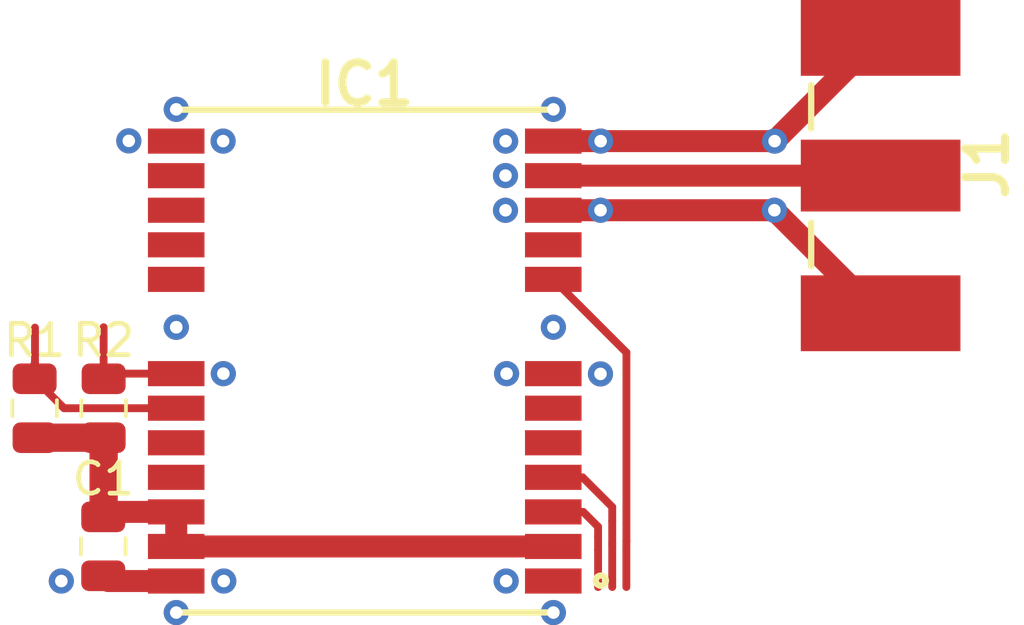
<source format=kicad_pcb>
(kicad_pcb (version 20171130) (host pcbnew "(5.1.6)-1")

  (general
    (thickness 1.6)
    (drawings 0)
    (tracks 68)
    (zones 0)
    (modules 5)
    (nets 19)
  )

  (page A4)
  (layers
    (0 F.Cu signal)
    (31 B.Cu signal)
    (32 B.Adhes user)
    (33 F.Adhes user)
    (34 B.Paste user)
    (35 F.Paste user)
    (36 B.SilkS user)
    (37 F.SilkS user)
    (38 B.Mask user)
    (39 F.Mask user)
    (40 Dwgs.User user)
    (41 Cmts.User user)
    (42 Eco1.User user)
    (43 Eco2.User user)
    (44 Edge.Cuts user)
    (45 Margin user)
    (46 B.CrtYd user)
    (47 F.CrtYd user)
    (48 B.Fab user)
    (49 F.Fab user)
  )

  (setup
    (last_trace_width 0.25)
    (user_trace_width 0.7)
    (user_trace_width 0.9)
    (trace_clearance 0.2)
    (zone_clearance 0.508)
    (zone_45_only no)
    (trace_min 0.2)
    (via_size 0.8)
    (via_drill 0.4)
    (via_min_size 0.4)
    (via_min_drill 0.3)
    (uvia_size 0.3)
    (uvia_drill 0.1)
    (uvias_allowed no)
    (uvia_min_size 0.2)
    (uvia_min_drill 0.1)
    (edge_width 0.05)
    (segment_width 0.2)
    (pcb_text_width 0.3)
    (pcb_text_size 1.5 1.5)
    (mod_edge_width 0.12)
    (mod_text_size 1 1)
    (mod_text_width 0.15)
    (pad_size 1.524 1.524)
    (pad_drill 0.762)
    (pad_to_mask_clearance 0.05)
    (aux_axis_origin 0 0)
    (visible_elements FFFFFF7F)
    (pcbplotparams
      (layerselection 0x010fc_ffffffff)
      (usegerberextensions false)
      (usegerberattributes true)
      (usegerberadvancedattributes true)
      (creategerberjobfile true)
      (excludeedgelayer true)
      (linewidth 0.100000)
      (plotframeref false)
      (viasonmask false)
      (mode 1)
      (useauxorigin false)
      (hpglpennumber 1)
      (hpglpenspeed 20)
      (hpglpendiameter 15.000000)
      (psnegative false)
      (psa4output false)
      (plotreference true)
      (plotvalue true)
      (plotinvisibletext false)
      (padsonsilk false)
      (subtractmaskfromsilk false)
      (outputformat 1)
      (mirror false)
      (drillshape 1)
      (scaleselection 1)
      (outputdirectory ""))
  )

  (net 0 "")
  (net 1 +3V3)
  (net 2 GND)
  (net 3 "Net-(IC1-Pad1)")
  (net 4 /PPS)
  (net 5 /EXTINT)
  (net 6 "Net-(IC1-Pad5)")
  (net 7 "Net-(IC1-Pad6)")
  (net 8 /RESET_N)
  (net 9 "Net-(IC1-Pad9)")
  (net 10 "Net-(IC1-Pad11)")
  (net 11 "Net-(IC1-Pad14)")
  (net 12 "Net-(IC1-Pad15)")
  (net 13 "Net-(IC1-Pad16)")
  (net 14 "Net-(IC1-Pad17)")
  (net 15 /SDA)
  (net 16 /SCL)
  (net 17 "Net-(IC1-Pad20)")
  (net 18 "Net-(IC1-Pad21)")

  (net_class Default "This is the default net class."
    (clearance 0.2)
    (trace_width 0.25)
    (via_dia 0.8)
    (via_drill 0.4)
    (uvia_dia 0.3)
    (uvia_drill 0.1)
    (add_net +3V3)
    (add_net /EXTINT)
    (add_net /PPS)
    (add_net /RESET_N)
    (add_net /SCL)
    (add_net /SDA)
    (add_net GND)
    (add_net "Net-(IC1-Pad1)")
    (add_net "Net-(IC1-Pad11)")
    (add_net "Net-(IC1-Pad14)")
    (add_net "Net-(IC1-Pad15)")
    (add_net "Net-(IC1-Pad16)")
    (add_net "Net-(IC1-Pad17)")
    (add_net "Net-(IC1-Pad20)")
    (add_net "Net-(IC1-Pad21)")
    (add_net "Net-(IC1-Pad5)")
    (add_net "Net-(IC1-Pad6)")
    (add_net "Net-(IC1-Pad9)")
  )

  (module Capacitor_SMD:C_0805_2012Metric (layer F.Cu) (tedit 5B36C52B) (tstamp 60C56340)
    (at 118.3005 87.1093 270)
    (descr "Capacitor SMD 0805 (2012 Metric), square (rectangular) end terminal, IPC_7351 nominal, (Body size source: https://docs.google.com/spreadsheets/d/1BsfQQcO9C6DZCsRaXUlFlo91Tg2WpOkGARC1WS5S8t0/edit?usp=sharing), generated with kicad-footprint-generator")
    (tags capacitor)
    (path /60C5428A)
    (attr smd)
    (fp_text reference C1 (at -2.1463 0 180) (layer F.SilkS)
      (effects (font (size 1 1) (thickness 0.15)))
    )
    (fp_text value 100n (at 0 1.65 90) (layer F.Fab)
      (effects (font (size 1 1) (thickness 0.15)))
    )
    (fp_line (start 1.68 0.95) (end -1.68 0.95) (layer F.CrtYd) (width 0.05))
    (fp_line (start 1.68 -0.95) (end 1.68 0.95) (layer F.CrtYd) (width 0.05))
    (fp_line (start -1.68 -0.95) (end 1.68 -0.95) (layer F.CrtYd) (width 0.05))
    (fp_line (start -1.68 0.95) (end -1.68 -0.95) (layer F.CrtYd) (width 0.05))
    (fp_line (start -0.258578 0.71) (end 0.258578 0.71) (layer F.SilkS) (width 0.12))
    (fp_line (start -0.258578 -0.71) (end 0.258578 -0.71) (layer F.SilkS) (width 0.12))
    (fp_line (start 1 0.6) (end -1 0.6) (layer F.Fab) (width 0.1))
    (fp_line (start 1 -0.6) (end 1 0.6) (layer F.Fab) (width 0.1))
    (fp_line (start -1 -0.6) (end 1 -0.6) (layer F.Fab) (width 0.1))
    (fp_line (start -1 0.6) (end -1 -0.6) (layer F.Fab) (width 0.1))
    (fp_text user %R (at -2.0066 0 180) (layer F.Fab)
      (effects (font (size 0.5 0.5) (thickness 0.08)))
    )
    (pad 1 smd roundrect (at -0.9375 0 270) (size 0.975 1.4) (layers F.Cu F.Paste F.Mask) (roundrect_rratio 0.25)
      (net 1 +3V3))
    (pad 2 smd roundrect (at 0.9375 0 270) (size 0.975 1.4) (layers F.Cu F.Paste F.Mask) (roundrect_rratio 0.25)
      (net 2 GND))
    (model ${KISYS3DMOD}/Capacitor_SMD.3dshapes/C_0805_2012Metric.wrl
      (at (xyz 0 0 0))
      (scale (xyz 1 1 1))
      (rotate (xyz 0 0 0))
    )
  )

  (module NEO-M8T (layer F.Cu) (tedit 0) (tstamp 60C56364)
    (at 126.6229 81.213901)
    (descr NEO-M8T)
    (tags "Integrated Circuit")
    (path /60C52910)
    (attr smd)
    (fp_text reference IC1 (at -0.0166 -8.811201) (layer F.SilkS)
      (effects (font (size 1.27 1.27) (thickness 0.254)))
    )
    (fp_text value NEO-M8N-0 (at -0.339 -0.045) (layer F.SilkS) hide
      (effects (font (size 1.27 1.27) (thickness 0.254)))
    )
    (fp_circle (center 7.514 6.988) (end 7.514 7.05) (layer F.SilkS) (width 0.2))
    (fp_line (start 6.1 -8) (end -6.1 -8) (layer F.SilkS) (width 0.2))
    (fp_line (start -6.1 8) (end 6.1 8) (layer F.SilkS) (width 0.2))
    (fp_line (start -6.1 8) (end -6.1 -8) (layer F.Fab) (width 0.2))
    (fp_line (start 6.1 8) (end -6.1 8) (layer F.Fab) (width 0.2))
    (fp_line (start 6.1 -8) (end 6.1 8) (layer F.Fab) (width 0.2))
    (fp_line (start -6.1 -8) (end 6.1 -8) (layer F.Fab) (width 0.2))
    (fp_text user %R (at -0.0166 -8.811201) (layer F.Fab)
      (effects (font (size 1.27 1.27) (thickness 0.254)))
    )
    (pad 1 smd rect (at 6 7 90) (size 0.8 1.8) (layers F.Cu F.Paste F.Mask)
      (net 3 "Net-(IC1-Pad1)"))
    (pad 2 smd rect (at 6 5.9 90) (size 0.8 1.8) (layers F.Cu F.Paste F.Mask)
      (net 1 +3V3))
    (pad 3 smd rect (at 6 4.8 90) (size 0.8 1.8) (layers F.Cu F.Paste F.Mask)
      (net 4 /PPS))
    (pad 4 smd rect (at 6 3.7 90) (size 0.8 1.8) (layers F.Cu F.Paste F.Mask)
      (net 5 /EXTINT))
    (pad 5 smd rect (at 6 2.6 90) (size 0.8 1.8) (layers F.Cu F.Paste F.Mask)
      (net 6 "Net-(IC1-Pad5)"))
    (pad 6 smd rect (at 6 1.5 90) (size 0.8 1.8) (layers F.Cu F.Paste F.Mask)
      (net 7 "Net-(IC1-Pad6)"))
    (pad 7 smd rect (at 6 0.4 90) (size 0.8 1.8) (layers F.Cu F.Paste F.Mask)
      (net 2 GND))
    (pad 8 smd rect (at 6 -2.6 90) (size 0.8 1.8) (layers F.Cu F.Paste F.Mask)
      (net 8 /RESET_N))
    (pad 9 smd rect (at 6 -3.7 90) (size 0.8 1.8) (layers F.Cu F.Paste F.Mask)
      (net 9 "Net-(IC1-Pad9)"))
    (pad 10 smd rect (at 6 -4.8 90) (size 0.8 1.8) (layers F.Cu F.Paste F.Mask)
      (net 2 GND))
    (pad 11 smd rect (at 6 -5.9 90) (size 0.8 1.8) (layers F.Cu F.Paste F.Mask)
      (net 10 "Net-(IC1-Pad11)"))
    (pad 12 smd rect (at 6 -7 90) (size 0.8 1.8) (layers F.Cu F.Paste F.Mask)
      (net 2 GND))
    (pad 13 smd rect (at -6 -7 90) (size 0.8 1.8) (layers F.Cu F.Paste F.Mask)
      (net 2 GND))
    (pad 14 smd rect (at -6 -5.9 90) (size 0.8 1.8) (layers F.Cu F.Paste F.Mask)
      (net 11 "Net-(IC1-Pad14)"))
    (pad 15 smd rect (at -6 -4.8 90) (size 0.8 1.8) (layers F.Cu F.Paste F.Mask)
      (net 12 "Net-(IC1-Pad15)"))
    (pad 16 smd rect (at -6 -3.7 90) (size 0.8 1.8) (layers F.Cu F.Paste F.Mask)
      (net 13 "Net-(IC1-Pad16)"))
    (pad 17 smd rect (at -6 -2.6 90) (size 0.8 1.8) (layers F.Cu F.Paste F.Mask)
      (net 14 "Net-(IC1-Pad17)"))
    (pad 18 smd rect (at -6 0.4 90) (size 0.8 1.8) (layers F.Cu F.Paste F.Mask)
      (net 15 /SDA))
    (pad 19 smd rect (at -6 1.5 90) (size 0.8 1.8) (layers F.Cu F.Paste F.Mask)
      (net 16 /SCL))
    (pad 20 smd rect (at -6 2.6 90) (size 0.8 1.8) (layers F.Cu F.Paste F.Mask)
      (net 17 "Net-(IC1-Pad20)"))
    (pad 21 smd rect (at -6 3.7 90) (size 0.8 1.8) (layers F.Cu F.Paste F.Mask)
      (net 18 "Net-(IC1-Pad21)"))
    (pad 22 smd rect (at -6 4.8 90) (size 0.8 1.8) (layers F.Cu F.Paste F.Mask)
      (net 1 +3V3))
    (pad 23 smd rect (at -6 5.9 90) (size 0.8 1.8) (layers F.Cu F.Paste F.Mask)
      (net 1 +3V3))
    (pad 24 smd rect (at -6 7 90) (size 0.8 1.8) (layers F.Cu F.Paste F.Mask)
      (net 2 GND))
  )

  (module 142-0701-851 (layer F.Cu) (tedit 0) (tstamp 60C56372)
    (at 147.2301 77.50175 270)
    (descr 142-0701-851)
    (tags Connector)
    (path /60C51EAF)
    (attr smd)
    (fp_text reference J1 (at -2.566 0.809 90) (layer F.SilkS)
      (effects (font (size 1.27 1.27) (thickness 0.254)))
    )
    (fp_text value 142-0701-801 (at -2.566 0.809 90) (layer F.SilkS) hide
      (effects (font (size 1.27 1.27) (thickness 0.254)))
    )
    (fp_line (start -0.69175 6.4) (end 0.69175 6.4) (layer F.SilkS) (width 0.2))
    (fp_line (start -5.07325 6.4) (end -3.68975 6.4) (layer F.SilkS) (width 0.2))
    (fp_line (start -6.95075 6.4) (end -6.95075 0) (layer F.Fab) (width 0.2))
    (fp_line (start 2.56925 6.4) (end -6.95075 6.4) (layer F.Fab) (width 0.2))
    (fp_line (start 2.56925 0) (end 2.56925 6.4) (layer F.Fab) (width 0.2))
    (fp_line (start -6.95075 0) (end 2.56925 0) (layer F.Fab) (width 0.2))
    (fp_text user %R (at -2.566 0.809 90) (layer F.Fab)
      (effects (font (size 1.27 1.27) (thickness 0.254)))
    )
    (pad 1 smd rect (at -6.57225 4.19 270) (size 2.413 5.08) (layers F.Cu F.Paste F.Mask)
      (net 2 GND))
    (pad 2 smd rect (at -2.19075 4.19 270) (size 2.286 5.08) (layers F.Cu F.Paste F.Mask)
      (net 10 "Net-(IC1-Pad11)"))
    (pad 3 smd rect (at 2.19075 4.19 270) (size 2.413 5.08) (layers F.Cu F.Paste F.Mask)
      (net 2 GND))
    (model C:\SamacSys_PCB_Library\KiCad\SamacSys_Parts.3dshapes\142-0701-801.stp
      (offset (xyz -2.190000024329962 -2.599999865584585 4.749999928662207))
      (scale (xyz 1 1 1))
      (rotate (xyz 0 0 90))
    )
  )

  (module Resistor_SMD:R_0805_2012Metric (layer F.Cu) (tedit 5B36C52B) (tstamp 60C56383)
    (at 116.1161 82.7151 90)
    (descr "Resistor SMD 0805 (2012 Metric), square (rectangular) end terminal, IPC_7351 nominal, (Body size source: https://docs.google.com/spreadsheets/d/1BsfQQcO9C6DZCsRaXUlFlo91Tg2WpOkGARC1WS5S8t0/edit?usp=sharing), generated with kicad-footprint-generator")
    (tags resistor)
    (path /60C5F42A)
    (attr smd)
    (fp_text reference R1 (at 2.159 0 180) (layer F.SilkS)
      (effects (font (size 1 1) (thickness 0.15)))
    )
    (fp_text value 4.7k (at 0 1.65 90) (layer F.Fab)
      (effects (font (size 1 1) (thickness 0.15)))
    )
    (fp_line (start 1.68 0.95) (end -1.68 0.95) (layer F.CrtYd) (width 0.05))
    (fp_line (start 1.68 -0.95) (end 1.68 0.95) (layer F.CrtYd) (width 0.05))
    (fp_line (start -1.68 -0.95) (end 1.68 -0.95) (layer F.CrtYd) (width 0.05))
    (fp_line (start -1.68 0.95) (end -1.68 -0.95) (layer F.CrtYd) (width 0.05))
    (fp_line (start -0.258578 0.71) (end 0.258578 0.71) (layer F.SilkS) (width 0.12))
    (fp_line (start -0.258578 -0.71) (end 0.258578 -0.71) (layer F.SilkS) (width 0.12))
    (fp_line (start 1 0.6) (end -1 0.6) (layer F.Fab) (width 0.1))
    (fp_line (start 1 -0.6) (end 1 0.6) (layer F.Fab) (width 0.1))
    (fp_line (start -1 -0.6) (end 1 -0.6) (layer F.Fab) (width 0.1))
    (fp_line (start -1 0.6) (end -1 -0.6) (layer F.Fab) (width 0.1))
    (fp_text user %R (at 1.905 0 180) (layer F.Fab)
      (effects (font (size 0.5 0.5) (thickness 0.08)))
    )
    (pad 1 smd roundrect (at -0.9375 0 90) (size 0.975 1.4) (layers F.Cu F.Paste F.Mask) (roundrect_rratio 0.25)
      (net 1 +3V3))
    (pad 2 smd roundrect (at 0.9375 0 90) (size 0.975 1.4) (layers F.Cu F.Paste F.Mask) (roundrect_rratio 0.25)
      (net 16 /SCL))
    (model ${KISYS3DMOD}/Resistor_SMD.3dshapes/R_0805_2012Metric.wrl
      (at (xyz 0 0 0))
      (scale (xyz 1 1 1))
      (rotate (xyz 0 0 0))
    )
  )

  (module Resistor_SMD:R_0805_2012Metric (layer F.Cu) (tedit 5B36C52B) (tstamp 60C56394)
    (at 118.3132 82.7151 90)
    (descr "Resistor SMD 0805 (2012 Metric), square (rectangular) end terminal, IPC_7351 nominal, (Body size source: https://docs.google.com/spreadsheets/d/1BsfQQcO9C6DZCsRaXUlFlo91Tg2WpOkGARC1WS5S8t0/edit?usp=sharing), generated with kicad-footprint-generator")
    (tags resistor)
    (path /60C53EE8)
    (attr smd)
    (fp_text reference R2 (at 2.159 0 180) (layer F.SilkS)
      (effects (font (size 1 1) (thickness 0.15)))
    )
    (fp_text value 4.7k (at 0 1.65 90) (layer F.Fab)
      (effects (font (size 1 1) (thickness 0.15)))
    )
    (fp_text user %R (at 1.9177 0 180) (layer F.Fab)
      (effects (font (size 0.5 0.5) (thickness 0.08)))
    )
    (fp_line (start -1 0.6) (end -1 -0.6) (layer F.Fab) (width 0.1))
    (fp_line (start -1 -0.6) (end 1 -0.6) (layer F.Fab) (width 0.1))
    (fp_line (start 1 -0.6) (end 1 0.6) (layer F.Fab) (width 0.1))
    (fp_line (start 1 0.6) (end -1 0.6) (layer F.Fab) (width 0.1))
    (fp_line (start -0.258578 -0.71) (end 0.258578 -0.71) (layer F.SilkS) (width 0.12))
    (fp_line (start -0.258578 0.71) (end 0.258578 0.71) (layer F.SilkS) (width 0.12))
    (fp_line (start -1.68 0.95) (end -1.68 -0.95) (layer F.CrtYd) (width 0.05))
    (fp_line (start -1.68 -0.95) (end 1.68 -0.95) (layer F.CrtYd) (width 0.05))
    (fp_line (start 1.68 -0.95) (end 1.68 0.95) (layer F.CrtYd) (width 0.05))
    (fp_line (start 1.68 0.95) (end -1.68 0.95) (layer F.CrtYd) (width 0.05))
    (pad 2 smd roundrect (at 0.9375 0 90) (size 0.975 1.4) (layers F.Cu F.Paste F.Mask) (roundrect_rratio 0.25)
      (net 15 /SDA))
    (pad 1 smd roundrect (at -0.9375 0 90) (size 0.975 1.4) (layers F.Cu F.Paste F.Mask) (roundrect_rratio 0.25)
      (net 1 +3V3))
    (model ${KISYS3DMOD}/Resistor_SMD.3dshapes/R_0805_2012Metric.wrl
      (at (xyz 0 0 0))
      (scale (xyz 1 1 1))
      (rotate (xyz 0 0 0))
    )
  )

  (via (at 132.6261 80.137) (size 0.8) (drill 0.4) (layers F.Cu B.Cu) (net 2))
  (via (at 120.6246 80.137) (size 0.8) (drill 0.4) (layers F.Cu B.Cu) (net 2))
  (via (at 120.6246 80.137) (size 0.8) (drill 0.4) (layers F.Cu B.Cu) (net 0))
  (via (at 132.6261 73.2028) (size 0.8) (drill 0.4) (layers F.Cu B.Cu) (net 2))
  (via (at 120.6246 73.2028) (size 0.8) (drill 0.4) (layers F.Cu B.Cu) (net 2))
  (via (at 119.1133 74.2061) (size 0.8) (drill 0.4) (layers F.Cu B.Cu) (net 2))
  (via (at 134.1247 81.6229) (size 0.8) (drill 0.4) (layers F.Cu B.Cu) (net 2))
  (via (at 120.6246 89.2175) (size 0.8) (drill 0.4) (layers F.Cu B.Cu) (net 2))
  (via (at 132.6261 89.2175) (size 0.8) (drill 0.4) (layers F.Cu B.Cu) (net 2))
  (via (at 116.967 88.2142) (size 0.8) (drill 0.4) (layers F.Cu B.Cu) (net 2))
  (via (at 131.1021 76.4159) (size 0.8) (drill 0.4) (layers F.Cu B.Cu) (net 2))
  (via (at 131.1021 75.311) (size 0.8) (drill 0.4) (layers F.Cu B.Cu) (net 2))
  (segment (start 118.458399 86.013901) (end 118.3005 86.1718) (width 0.7) (layer F.Cu) (net 1))
  (segment (start 120.6229 86.013901) (end 118.458399 86.013901) (width 0.7) (layer F.Cu) (net 1))
  (segment (start 118.3132 86.1591) (end 118.3005 86.1718) (width 0.9) (layer F.Cu) (net 1))
  (segment (start 118.3132 83.6526) (end 118.3132 86.1591) (width 0.9) (layer F.Cu) (net 1))
  (segment (start 116.1161 83.6526) (end 118.3132 83.6526) (width 0.9) (layer F.Cu) (net 1))
  (segment (start 120.6229 86.013901) (end 120.6229 87.113901) (width 0.7) (layer F.Cu) (net 1))
  (segment (start 120.6229 87.113901) (end 132.6229 87.113901) (width 0.7) (layer F.Cu) (net 1))
  (segment (start 118.467601 88.213901) (end 118.3005 88.0468) (width 0.7) (layer F.Cu) (net 2))
  (segment (start 120.6229 88.213901) (end 118.467601 88.213901) (width 0.7) (layer F.Cu) (net 2))
  (segment (start 142.9512 70.9295) (end 143.0401 70.9295) (width 0.7) (layer F.Cu) (net 2))
  (segment (start 132.6229 74.213901) (end 134.129599 74.213901) (width 0.7) (layer F.Cu) (net 2))
  (segment (start 139.666799 74.213901) (end 139.666799 74.213901) (width 0.7) (layer F.Cu) (net 2))
  (segment (start 142.9385 79.6925) (end 143.0401 79.6925) (width 0.7) (layer F.Cu) (net 2))
  (segment (start 132.6229 76.413901) (end 134.126699 76.413901) (width 0.7) (layer F.Cu) (net 2))
  (segment (start 139.659901 76.413901) (end 139.659901 76.413901) (width 0.7) (layer F.Cu) (net 2))
  (via (at 131.106999 74.213901) (size 0.8) (drill 0.4) (layers F.Cu B.Cu) (net 2))
  (via (at 122.115399 74.213901) (size 0.8) (drill 0.4) (layers F.Cu B.Cu) (net 2))
  (via (at 131.136499 81.613901) (size 0.8) (drill 0.4) (layers F.Cu B.Cu) (net 2))
  (via (at 122.122958 81.613901) (size 0.8) (drill 0.4) (layers F.Cu B.Cu) (net 2))
  (segment (start 122.0851 81.613901) (end 122.122958 81.613901) (width 0.7) (layer F.Cu) (net 2))
  (via (at 131.12279 88.213901) (size 0.8) (drill 0.4) (layers F.Cu B.Cu) (net 2))
  (segment (start 131.165301 88.213901) (end 131.12279 88.213901) (width 0.7) (layer F.Cu) (net 2))
  (segment (start 131.1656 88.2142) (end 131.165301 88.213901) (width 0.7) (layer F.Cu) (net 2))
  (via (at 122.136199 88.213901) (size 0.8) (drill 0.4) (layers F.Cu B.Cu) (net 2))
  (segment (start 134.126699 76.413901) (end 139.659901 76.413901) (width 0.7) (layer F.Cu) (net 2) (tstamp 60C56AB0))
  (via (at 134.126699 76.413901) (size 0.8) (drill 0.4) (layers F.Cu B.Cu) (net 2))
  (segment (start 134.129599 74.213901) (end 139.666799 74.213901) (width 0.7) (layer F.Cu) (net 2) (tstamp 60C56AB2))
  (via (at 134.129599 74.213901) (size 0.8) (drill 0.4) (layers F.Cu B.Cu) (net 2))
  (segment (start 139.666799 74.213901) (end 142.9512 70.9295) (width 0.7) (layer F.Cu) (net 2) (tstamp 60C56AB4))
  (via (at 139.666799 74.213901) (size 0.8) (drill 0.4) (layers F.Cu B.Cu) (net 2))
  (segment (start 139.659901 76.413901) (end 142.9385 79.6925) (width 0.7) (layer F.Cu) (net 2) (tstamp 60C56AB6))
  (via (at 139.659901 76.413901) (size 0.8) (drill 0.4) (layers F.Cu B.Cu) (net 2))
  (segment (start 132.6229 86.013901) (end 133.575401 86.013901) (width 0.25) (layer F.Cu) (net 4))
  (segment (start 133.575401 86.013901) (end 134.0485 86.487) (width 0.25) (layer F.Cu) (net 4))
  (segment (start 134.0485 86.487) (end 134.0485 86.8045) (width 0.25) (layer F.Cu) (net 4))
  (segment (start 134.0485 86.8045) (end 134.0485 87.2236) (width 0.25) (layer F.Cu) (net 4))
  (segment (start 134.0485 87.2236) (end 134.0485 88.4047) (width 0.25) (layer F.Cu) (net 4))
  (segment (start 132.6229 84.913901) (end 133.554901 84.913901) (width 0.25) (layer F.Cu) (net 5))
  (segment (start 133.554901 84.913901) (end 134.498509 85.857509) (width 0.25) (layer F.Cu) (net 5))
  (segment (start 134.498509 85.857509) (end 134.49851 86.3006) (width 0.25) (layer F.Cu) (net 5))
  (segment (start 134.49851 86.3006) (end 134.49851 87.0372) (width 0.25) (layer F.Cu) (net 5))
  (segment (start 134.49851 87.0372) (end 134.49851 88.4047) (width 0.25) (layer F.Cu) (net 5))
  (segment (start 132.6229 78.613901) (end 134.9502 80.941201) (width 0.25) (layer F.Cu) (net 8))
  (segment (start 134.9502 80.941201) (end 134.9502 86.9315) (width 0.25) (layer F.Cu) (net 8))
  (segment (start 134.9502 86.9315) (end 134.94852 86.93318) (width 0.25) (layer F.Cu) (net 8))
  (segment (start 134.94852 86.93318) (end 134.94852 88.4047) (width 0.25) (layer F.Cu) (net 8))
  (segment (start 143.037199 75.313901) (end 143.0401 75.311) (width 0.7) (layer F.Cu) (net 10))
  (segment (start 132.6229 75.313901) (end 143.037199 75.313901) (width 0.7) (layer F.Cu) (net 10))
  (segment (start 118.476899 81.613901) (end 118.3132 81.7776) (width 0.25) (layer F.Cu) (net 15))
  (segment (start 120.6229 81.613901) (end 118.476899 81.613901) (width 0.25) (layer F.Cu) (net 15))
  (segment (start 118.3132 81.7776) (end 118.3132 80.137) (width 0.25) (layer F.Cu) (net 15))
  (segment (start 117.052401 82.713901) (end 120.6229 82.713901) (width 0.25) (layer F.Cu) (net 16))
  (segment (start 116.1161 81.7776) (end 117.052401 82.713901) (width 0.25) (layer F.Cu) (net 16))
  (segment (start 116.1161 81.2901) (end 116.1288 81.2774) (width 0.25) (layer F.Cu) (net 16))
  (segment (start 116.1161 81.7776) (end 116.1161 81.2901) (width 0.25) (layer F.Cu) (net 16))
  (segment (start 116.1288 81.2774) (end 116.1288 80.1497) (width 0.25) (layer F.Cu) (net 16))

)

</source>
